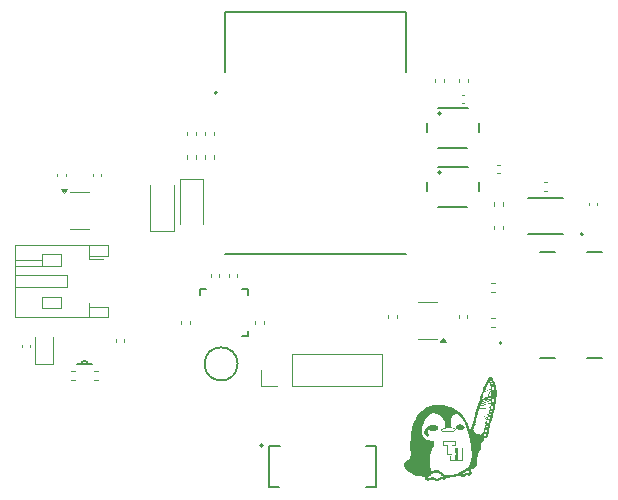
<source format=gbr>
%TF.GenerationSoftware,KiCad,Pcbnew,8.0.0*%
%TF.CreationDate,2024-05-02T00:18:50-07:00*%
%TF.ProjectId,ece16,65636531-362e-46b6-9963-61645f706362,rev?*%
%TF.SameCoordinates,Original*%
%TF.FileFunction,Legend,Top*%
%TF.FilePolarity,Positive*%
%FSLAX46Y46*%
G04 Gerber Fmt 4.6, Leading zero omitted, Abs format (unit mm)*
G04 Created by KiCad (PCBNEW 8.0.0) date 2024-05-02 00:18:50*
%MOMM*%
%LPD*%
G01*
G04 APERTURE LIST*
%ADD10C,0.200000*%
%ADD11C,0.120000*%
%ADD12C,0.127000*%
%ADD13C,0.152400*%
%ADD14C,0.000000*%
%ADD15C,0.203200*%
%ADD16C,0.150000*%
G04 APERTURE END LIST*
D10*
%TO.C,SW2*%
X144900000Y-48600000D02*
X144900000Y-49400000D01*
X145900000Y-47300000D02*
X148400000Y-47300000D01*
X145900000Y-50700000D02*
X148300000Y-50700000D01*
X149300000Y-48600000D02*
X149300000Y-49400000D01*
X146100000Y-47800000D02*
G75*
G02*
X145900000Y-47800000I-100000J0D01*
G01*
X145900000Y-47800000D02*
G75*
G02*
X146100000Y-47800000I100000J0D01*
G01*
D11*
%TO.C,D4*%
X111765000Y-61700000D02*
X111765000Y-63985000D01*
X111765000Y-63985000D02*
X113235000Y-63985000D01*
X113235000Y-63985000D02*
X113235000Y-61700000D01*
D12*
%TO.C,S1*%
X131600000Y-70950000D02*
X131600000Y-74450000D01*
X131600000Y-74450000D02*
X132400000Y-74450000D01*
X132450000Y-70950000D02*
X131600000Y-70950000D01*
X139800000Y-70950000D02*
X140600000Y-70950000D01*
X140600000Y-70950000D02*
X140600000Y-74450000D01*
X140600000Y-74450000D02*
X139800000Y-74450000D01*
D10*
X131020000Y-70900000D02*
G75*
G02*
X130780000Y-70900000I-120000J0D01*
G01*
X130780000Y-70900000D02*
G75*
G02*
X131020000Y-70900000I120000J0D01*
G01*
D11*
%TO.C,R4*%
X124620000Y-46346359D02*
X124620000Y-46653641D01*
X125380000Y-46346359D02*
X125380000Y-46653641D01*
%TO.C,U1*%
X115500000Y-49440000D02*
X114700000Y-49440000D01*
X115500000Y-49440000D02*
X116300000Y-49440000D01*
X115500000Y-52560000D02*
X114700000Y-52560000D01*
X115500000Y-52560000D02*
X116300000Y-52560000D01*
X114200000Y-49490000D02*
X113960000Y-49160000D01*
X114440000Y-49160000D01*
X114200000Y-49490000D01*
G36*
X114200000Y-49490000D02*
G01*
X113960000Y-49160000D01*
X114440000Y-49160000D01*
X114200000Y-49490000D01*
G37*
%TO.C,C10*%
X147640000Y-60107836D02*
X147640000Y-59892164D01*
X148360000Y-60107836D02*
X148360000Y-59892164D01*
D12*
%TO.C,U2*%
X127800000Y-34225000D02*
X143200000Y-34225000D01*
X127800000Y-39275000D02*
X127800000Y-34225000D01*
X143200000Y-34225000D02*
X143200000Y-39275000D01*
X143200000Y-54725000D02*
X127800000Y-54725000D01*
D10*
X127150000Y-41050000D02*
G75*
G02*
X126950000Y-41050000I-100000J0D01*
G01*
X126950000Y-41050000D02*
G75*
G02*
X127150000Y-41050000I100000J0D01*
G01*
D11*
%TO.C,R15*%
X115092041Y-64620000D02*
X114784759Y-64620000D01*
X115092041Y-65380000D02*
X114784759Y-65380000D01*
D13*
%TO.C,MCP73831T1*%
X115293400Y-64049400D02*
X115623600Y-64049400D01*
X115623600Y-64049400D02*
X116233200Y-64049400D01*
X116233200Y-64049400D02*
X116563400Y-64049400D01*
X115623600Y-64049400D02*
G75*
G02*
X116233200Y-64049400I304800J0D01*
G01*
D11*
%TO.C,R5*%
X126120000Y-46346359D02*
X126120000Y-46653641D01*
X126880000Y-46346359D02*
X126880000Y-46653641D01*
%TO.C,U4*%
X130870000Y-65830000D02*
X130870000Y-64500000D01*
X132200000Y-65830000D02*
X130870000Y-65830000D01*
X133470000Y-63170000D02*
X141150000Y-63170000D01*
X133470000Y-65830000D02*
X133470000Y-63170000D01*
X133470000Y-65830000D02*
X141150000Y-65830000D01*
X141150000Y-65830000D02*
X141150000Y-63170000D01*
%TO.C,C19*%
X110640000Y-62392164D02*
X110640000Y-62607836D01*
X111360000Y-62392164D02*
X111360000Y-62607836D01*
%TO.C,C7*%
X130390000Y-60392164D02*
X130390000Y-60607836D01*
X131110000Y-60392164D02*
X131110000Y-60607836D01*
%TO.C,C1*%
X128140000Y-56607836D02*
X128140000Y-56392164D01*
X128860000Y-56607836D02*
X128860000Y-56392164D01*
%TO.C,C17*%
X154872164Y-48605000D02*
X155087836Y-48605000D01*
X154872164Y-49325000D02*
X155087836Y-49325000D01*
D14*
%TO.C,G\u002A\u002A\u002A*%
G36*
X145029473Y-69490451D02*
G01*
X145019924Y-69500000D01*
X145010375Y-69490451D01*
X145019924Y-69480902D01*
X145029473Y-69490451D01*
G37*
G36*
X145220451Y-73520075D02*
G01*
X145210902Y-73529624D01*
X145201353Y-73520075D01*
X145210902Y-73510526D01*
X145220451Y-73520075D01*
G37*
G36*
X145315939Y-73367293D02*
G01*
X145306391Y-73376842D01*
X145296842Y-73367293D01*
X145306391Y-73357744D01*
X145315939Y-73367293D01*
G37*
G36*
X145354135Y-73386391D02*
G01*
X145344586Y-73395940D01*
X145335037Y-73386391D01*
X145344586Y-73376842D01*
X145354135Y-73386391D01*
G37*
G36*
X145468721Y-73348195D02*
G01*
X145459172Y-73357744D01*
X145449624Y-73348195D01*
X145459172Y-73338647D01*
X145468721Y-73348195D01*
G37*
G36*
X145506917Y-73367293D02*
G01*
X145497368Y-73376842D01*
X145487819Y-73367293D01*
X145497368Y-73357744D01*
X145506917Y-73367293D01*
G37*
G36*
X145545112Y-73348195D02*
G01*
X145535563Y-73357744D01*
X145526015Y-73348195D01*
X145535563Y-73338647D01*
X145545112Y-73348195D01*
G37*
G36*
X145621503Y-73271804D02*
G01*
X145611954Y-73281353D01*
X145602406Y-73271804D01*
X145611954Y-73262256D01*
X145621503Y-73271804D01*
G37*
G36*
X145774285Y-73233609D02*
G01*
X145764736Y-73243158D01*
X145755187Y-73233609D01*
X145764736Y-73224060D01*
X145774285Y-73233609D01*
G37*
G36*
X149059097Y-69127594D02*
G01*
X149049548Y-69137143D01*
X149040000Y-69127594D01*
X149049548Y-69118045D01*
X149059097Y-69127594D01*
G37*
G36*
X149097293Y-69127594D02*
G01*
X149087744Y-69137143D01*
X149078195Y-69127594D01*
X149087744Y-69118045D01*
X149097293Y-69127594D01*
G37*
G36*
X149116391Y-69280376D02*
G01*
X149106842Y-69289925D01*
X149097293Y-69280376D01*
X149106842Y-69270827D01*
X149116391Y-69280376D01*
G37*
G36*
X149269172Y-68631053D02*
G01*
X149259624Y-68640601D01*
X149250075Y-68631053D01*
X149259624Y-68621504D01*
X149269172Y-68631053D01*
G37*
G36*
X149269172Y-68669248D02*
G01*
X149259624Y-68678797D01*
X149250075Y-68669248D01*
X149259624Y-68659699D01*
X149269172Y-68669248D01*
G37*
G36*
X149708421Y-69757820D02*
G01*
X149698872Y-69767368D01*
X149689323Y-69757820D01*
X149698872Y-69748271D01*
X149708421Y-69757820D01*
G37*
G36*
X149899398Y-68344586D02*
G01*
X149889849Y-68354135D01*
X149880300Y-68344586D01*
X149889849Y-68335038D01*
X149899398Y-68344586D01*
G37*
G36*
X149975789Y-68535564D02*
G01*
X149966240Y-68545113D01*
X149956691Y-68535564D01*
X149966240Y-68526015D01*
X149975789Y-68535564D01*
G37*
G36*
X145080401Y-73631479D02*
G01*
X145077779Y-73642832D01*
X145067669Y-73644210D01*
X145051949Y-73637223D01*
X145054937Y-73631479D01*
X145077601Y-73629193D01*
X145080401Y-73631479D01*
G37*
G36*
X145214085Y-73574185D02*
G01*
X145211463Y-73585539D01*
X145201353Y-73586917D01*
X145185633Y-73579930D01*
X145188621Y-73574185D01*
X145211286Y-73571900D01*
X145214085Y-73574185D01*
G37*
G36*
X145271378Y-73459599D02*
G01*
X145273664Y-73482264D01*
X145271378Y-73485063D01*
X145260024Y-73482441D01*
X145258646Y-73472331D01*
X145265634Y-73456611D01*
X145271378Y-73459599D01*
G37*
G36*
X145366867Y-73325915D02*
G01*
X145364245Y-73337268D01*
X145354135Y-73338647D01*
X145338415Y-73331659D01*
X145341403Y-73325915D01*
X145364068Y-73323629D01*
X145366867Y-73325915D01*
G37*
G36*
X145462355Y-73402306D02*
G01*
X145459734Y-73413659D01*
X145449624Y-73415038D01*
X145433904Y-73408050D01*
X145436892Y-73402306D01*
X145459556Y-73400020D01*
X145462355Y-73402306D01*
G37*
G36*
X145615137Y-73306817D02*
G01*
X145612516Y-73318171D01*
X145602406Y-73319549D01*
X145586686Y-73312561D01*
X145589674Y-73306817D01*
X145612338Y-73304531D01*
X145615137Y-73306817D01*
G37*
G36*
X148938145Y-69716441D02*
G01*
X148940431Y-69739106D01*
X148938145Y-69741905D01*
X148926791Y-69739283D01*
X148925413Y-69729173D01*
X148932401Y-69713453D01*
X148938145Y-69716441D01*
G37*
G36*
X148957159Y-69590714D02*
G01*
X148959681Y-69629814D01*
X148957159Y-69638459D01*
X148950188Y-69640858D01*
X148947526Y-69614586D01*
X148950527Y-69587475D01*
X148957159Y-69590714D01*
G37*
G36*
X148957557Y-69496419D02*
G01*
X148959833Y-69526267D01*
X148956049Y-69533023D01*
X148947369Y-69527327D01*
X148946019Y-69507957D01*
X148950683Y-69487579D01*
X148957557Y-69496419D01*
G37*
G36*
X148995438Y-69238997D02*
G01*
X148992817Y-69250351D01*
X148982706Y-69251729D01*
X148966987Y-69244742D01*
X148969974Y-69238997D01*
X148992639Y-69236712D01*
X148995438Y-69238997D01*
G37*
G36*
X149063872Y-69831111D02*
G01*
X149066271Y-69838082D01*
X149040000Y-69840744D01*
X149012888Y-69837743D01*
X149016127Y-69831111D01*
X149055227Y-69828589D01*
X149063872Y-69831111D01*
G37*
G36*
X149110025Y-68761554D02*
G01*
X149112310Y-68784218D01*
X149110025Y-68787017D01*
X149098671Y-68784396D01*
X149097293Y-68774286D01*
X149104280Y-68758566D01*
X149110025Y-68761554D01*
G37*
G36*
X149110025Y-69181704D02*
G01*
X149107403Y-69193058D01*
X149097293Y-69194436D01*
X149081573Y-69187448D01*
X149084561Y-69181704D01*
X149107225Y-69179419D01*
X149110025Y-69181704D01*
G37*
G36*
X149110025Y-69773734D02*
G01*
X149107403Y-69785088D01*
X149097293Y-69786466D01*
X149081573Y-69779479D01*
X149084561Y-69773734D01*
X149107225Y-69771449D01*
X149110025Y-69773734D01*
G37*
G36*
X149110025Y-69869223D02*
G01*
X149107403Y-69880577D01*
X149097293Y-69881955D01*
X149081573Y-69874967D01*
X149084561Y-69869223D01*
X149107225Y-69866937D01*
X149110025Y-69869223D01*
G37*
G36*
X149110339Y-69057171D02*
G01*
X149112615Y-69087018D01*
X149108831Y-69093775D01*
X149100151Y-69088079D01*
X149098800Y-69068709D01*
X149103465Y-69048331D01*
X149110339Y-69057171D01*
G37*
G36*
X149148220Y-68646967D02*
G01*
X149150506Y-68669632D01*
X149148220Y-68672431D01*
X149136866Y-68669809D01*
X149135488Y-68659699D01*
X149142476Y-68643980D01*
X149148220Y-68646967D01*
G37*
G36*
X149186416Y-68646967D02*
G01*
X149188701Y-68669632D01*
X149186416Y-68672431D01*
X149175062Y-68669809D01*
X149173684Y-68659699D01*
X149180671Y-68643980D01*
X149186416Y-68646967D01*
G37*
G36*
X149358295Y-68627870D02*
G01*
X149355674Y-68639223D01*
X149345563Y-68640601D01*
X149329844Y-68633614D01*
X149332832Y-68627870D01*
X149355496Y-68625584D01*
X149358295Y-68627870D01*
G37*
G36*
X149453784Y-68666065D02*
G01*
X149451162Y-68677419D01*
X149441052Y-68678797D01*
X149425333Y-68671809D01*
X149428320Y-68666065D01*
X149450985Y-68663779D01*
X149453784Y-68666065D01*
G37*
G36*
X149491979Y-69907418D02*
G01*
X149489358Y-69918772D01*
X149479248Y-69920150D01*
X149463528Y-69913163D01*
X149466516Y-69907418D01*
X149489180Y-69905133D01*
X149491979Y-69907418D01*
G37*
G36*
X149568370Y-68608772D02*
G01*
X149565749Y-68620125D01*
X149555639Y-68621504D01*
X149539919Y-68614516D01*
X149542907Y-68608772D01*
X149565571Y-68606486D01*
X149568370Y-68608772D01*
G37*
G36*
X149568370Y-69926516D02*
G01*
X149565749Y-69937870D01*
X149555639Y-69939248D01*
X149539919Y-69932261D01*
X149542907Y-69926516D01*
X149565571Y-69924231D01*
X149568370Y-69926516D01*
G37*
G36*
X149606566Y-69754637D02*
G01*
X149608852Y-69777301D01*
X149606566Y-69780100D01*
X149595212Y-69777479D01*
X149593834Y-69767368D01*
X149600822Y-69751649D01*
X149606566Y-69754637D01*
G37*
G36*
X149740564Y-69190855D02*
G01*
X149742841Y-69220703D01*
X149739057Y-69227459D01*
X149730376Y-69221764D01*
X149729026Y-69202393D01*
X149733690Y-69182015D01*
X149740564Y-69190855D01*
G37*
G36*
X149816955Y-69305442D02*
G01*
X149819232Y-69335289D01*
X149815448Y-69342046D01*
X149806767Y-69336350D01*
X149805417Y-69316980D01*
X149810081Y-69296602D01*
X149816955Y-69305442D01*
G37*
G36*
X149893346Y-68751607D02*
G01*
X149895623Y-68781455D01*
X149891838Y-68788211D01*
X149883158Y-68782515D01*
X149881808Y-68763145D01*
X149886472Y-68742767D01*
X149893346Y-68751607D01*
G37*
G36*
X149912130Y-68818847D02*
G01*
X149914415Y-68841512D01*
X149912130Y-68844311D01*
X149900776Y-68841689D01*
X149899398Y-68831579D01*
X149906386Y-68815859D01*
X149912130Y-68818847D01*
G37*
G36*
X149931144Y-68597632D02*
G01*
X149933666Y-68636731D01*
X149931144Y-68645376D01*
X149924173Y-68647775D01*
X149921511Y-68621504D01*
X149924512Y-68594392D01*
X149931144Y-68597632D01*
G37*
G36*
X150257083Y-66719289D02*
G01*
X150251387Y-66727969D01*
X150232017Y-66729319D01*
X150211639Y-66724655D01*
X150220479Y-66717781D01*
X150250326Y-66715504D01*
X150257083Y-66719289D01*
G37*
G36*
X150313182Y-66527118D02*
G01*
X150310561Y-66538471D01*
X150300451Y-66539850D01*
X150284731Y-66532862D01*
X150287719Y-66527118D01*
X150310383Y-66524832D01*
X150313182Y-66527118D01*
G37*
G36*
X145249857Y-73419812D02*
G01*
X145220026Y-73461580D01*
X145204665Y-73470553D01*
X145201353Y-73456193D01*
X145214280Y-73433047D01*
X145242505Y-73403674D01*
X145283657Y-73367293D01*
X145249857Y-73419812D01*
G37*
G36*
X145389380Y-73365470D02*
G01*
X145409721Y-73383222D01*
X145411428Y-73387518D01*
X145402365Y-73395367D01*
X145383495Y-73377779D01*
X145380958Y-73373891D01*
X145378707Y-73360823D01*
X145389380Y-73365470D01*
G37*
G36*
X145688210Y-73281572D02*
G01*
X145667784Y-73297403D01*
X145645894Y-73300060D01*
X145640601Y-73292945D01*
X145655581Y-73280680D01*
X145670240Y-73274066D01*
X145689954Y-73272732D01*
X145688210Y-73281572D01*
G37*
G36*
X149748933Y-69284617D02*
G01*
X149749833Y-69285503D01*
X149763296Y-69318517D01*
X149761661Y-69330731D01*
X149751821Y-69335165D01*
X149741483Y-69310553D01*
X149737145Y-69281072D01*
X149748933Y-69284617D01*
G37*
G36*
X149946150Y-68327751D02*
G01*
X149973032Y-68343162D01*
X149968529Y-68353127D01*
X149957818Y-68354135D01*
X149931921Y-68340265D01*
X149928180Y-68335256D01*
X149931254Y-68324404D01*
X149946150Y-68327751D01*
G37*
G36*
X145309948Y-73408276D02*
G01*
X145306391Y-73415038D01*
X145288396Y-73433276D01*
X145285039Y-73434135D01*
X145283736Y-73421799D01*
X145287293Y-73415038D01*
X145305287Y-73396799D01*
X145308645Y-73395940D01*
X145309948Y-73408276D01*
G37*
G36*
X145596273Y-73232526D02*
G01*
X145583308Y-73243158D01*
X145548492Y-73259318D01*
X145535563Y-73261671D01*
X145532147Y-73253790D01*
X145545112Y-73243158D01*
X145579928Y-73226998D01*
X145592857Y-73224645D01*
X145596273Y-73232526D01*
G37*
G36*
X149183878Y-68578291D02*
G01*
X149180590Y-68592857D01*
X149162174Y-68618121D01*
X149153142Y-68621504D01*
X149144392Y-68607423D01*
X149147680Y-68592857D01*
X149166096Y-68567593D01*
X149175128Y-68564210D01*
X149183878Y-68578291D01*
G37*
G36*
X149861185Y-68478746D02*
G01*
X149870751Y-68487820D01*
X149872292Y-68504690D01*
X149849520Y-68501886D01*
X149823007Y-68487820D01*
X149805110Y-68472988D01*
X149822312Y-68469079D01*
X149826654Y-68469014D01*
X149861185Y-68478746D01*
G37*
G36*
X150058509Y-68392318D02*
G01*
X150056744Y-68421555D01*
X150045947Y-68460455D01*
X150036990Y-68464887D01*
X150033088Y-68433480D01*
X150033082Y-68431653D01*
X150040526Y-68396001D01*
X150049421Y-68384487D01*
X150058509Y-68392318D01*
G37*
G36*
X150074286Y-68269160D02*
G01*
X150082736Y-68285383D01*
X150088705Y-68317310D01*
X150085545Y-68327136D01*
X150072089Y-68320704D01*
X150063639Y-68304481D01*
X150057670Y-68272554D01*
X150060830Y-68262729D01*
X150074286Y-68269160D01*
G37*
G36*
X150313958Y-66325223D02*
G01*
X150317033Y-66374984D01*
X150313572Y-66401614D01*
X150308410Y-66406078D01*
X150305513Y-66378652D01*
X150305267Y-66358421D01*
X150307147Y-66321437D01*
X150311460Y-66315826D01*
X150313958Y-66325223D01*
G37*
G36*
X149903122Y-68915303D02*
G01*
X149910186Y-68955759D01*
X149902648Y-69007741D01*
X149892477Y-69042253D01*
X149887465Y-69046816D01*
X149885897Y-69018367D01*
X149885927Y-68977863D01*
X149888600Y-68924281D01*
X149896055Y-68907639D01*
X149903122Y-68915303D01*
G37*
G36*
X150336009Y-66455179D02*
G01*
X150337626Y-66456656D01*
X150353411Y-66491823D01*
X150352201Y-66513949D01*
X150344100Y-66533300D01*
X150340862Y-66527088D01*
X150332902Y-66490776D01*
X150326286Y-66469795D01*
X150321317Y-66446888D01*
X150336009Y-66455179D01*
G37*
G36*
X150375280Y-66343466D02*
G01*
X150376261Y-66372744D01*
X150374306Y-66425774D01*
X150367626Y-66442239D01*
X150356729Y-66421526D01*
X150351339Y-66402832D01*
X150349944Y-66356140D01*
X150358079Y-66331216D01*
X150369719Y-66320818D01*
X150375280Y-66343466D01*
G37*
G36*
X145378515Y-73447301D02*
G01*
X145360936Y-73467648D01*
X145344586Y-73481806D01*
X145302144Y-73513829D01*
X145275612Y-73528042D01*
X145270010Y-73523173D01*
X145290357Y-73497949D01*
X145293526Y-73494744D01*
X145335366Y-73462194D01*
X145365143Y-73447021D01*
X145378515Y-73447301D01*
G37*
G36*
X148959277Y-69306457D02*
G01*
X148959445Y-69318571D01*
X148954463Y-69365204D01*
X148944511Y-69414060D01*
X148934560Y-69449853D01*
X148930462Y-69450132D01*
X148929576Y-69423609D01*
X148935440Y-69366204D01*
X148944511Y-69328120D01*
X148955334Y-69299485D01*
X148959277Y-69306457D01*
G37*
G36*
X149499064Y-68631201D02*
G01*
X149536541Y-68640601D01*
X149565366Y-68651479D01*
X149558670Y-68655590D01*
X149546090Y-68655892D01*
X149497627Y-68650002D01*
X149460150Y-68640601D01*
X149431325Y-68629724D01*
X149438021Y-68625613D01*
X149450601Y-68625311D01*
X149499064Y-68631201D01*
G37*
G36*
X149778056Y-69153387D02*
G01*
X149790270Y-69190962D01*
X149797914Y-69233131D01*
X149797145Y-69263154D01*
X149794943Y-69267062D01*
X149782350Y-69261018D01*
X149777410Y-69249688D01*
X149761061Y-69186509D01*
X149757982Y-69147140D01*
X149765115Y-69137143D01*
X149778056Y-69153387D01*
G37*
G36*
X149902814Y-68555658D02*
G01*
X149907903Y-68589610D01*
X149908947Y-68623327D01*
X149908446Y-68677220D01*
X149907168Y-68711081D01*
X149906216Y-68716992D01*
X149898163Y-68702131D01*
X149891892Y-68686784D01*
X149881371Y-68631913D01*
X149885491Y-68576267D01*
X149894916Y-68551711D01*
X149902814Y-68555658D01*
G37*
G36*
X148916397Y-69532920D02*
G01*
X148919891Y-69578219D01*
X148920595Y-69632065D01*
X148917940Y-69665929D01*
X148915117Y-69671880D01*
X148907883Y-69655861D01*
X148906315Y-69634811D01*
X148898410Y-69598842D01*
X148889010Y-69587048D01*
X148879170Y-69562361D01*
X148881767Y-69537879D01*
X148895943Y-69499484D01*
X148907825Y-69498189D01*
X148916397Y-69532920D01*
G37*
G36*
X145458872Y-73280868D02*
G01*
X145459148Y-73302582D01*
X145436441Y-73309683D01*
X145413689Y-73301849D01*
X145404276Y-73290902D01*
X145430526Y-73290902D01*
X145440075Y-73300451D01*
X145449624Y-73290902D01*
X145440075Y-73281353D01*
X145430526Y-73290902D01*
X145404276Y-73290902D01*
X145400590Y-73286616D01*
X145418764Y-73275296D01*
X145449775Y-73273980D01*
X145458872Y-73280868D01*
G37*
G36*
X149859440Y-69152584D02*
G01*
X149859860Y-69159888D01*
X149851685Y-69193879D01*
X149831730Y-69205461D01*
X149812219Y-69188288D01*
X149810964Y-69185274D01*
X149806736Y-69152760D01*
X149811099Y-69142685D01*
X149821255Y-69148111D01*
X149824349Y-69167381D01*
X149826658Y-69192486D01*
X149834495Y-69183038D01*
X149842105Y-69165789D01*
X149854721Y-69141794D01*
X149859440Y-69152584D01*
G37*
G36*
X149358469Y-69913150D02*
G01*
X149392690Y-69923557D01*
X149392645Y-69932405D01*
X149373514Y-69941000D01*
X149330551Y-69954632D01*
X149312046Y-69954049D01*
X149323387Y-69939661D01*
X149326466Y-69937411D01*
X149338369Y-69924936D01*
X149318496Y-69924709D01*
X149297819Y-69928417D01*
X149262637Y-69933757D01*
X149261134Y-69927996D01*
X149273225Y-69919868D01*
X149315450Y-69909437D01*
X149358469Y-69913150D01*
G37*
G36*
X150005026Y-68577605D02*
G01*
X149996516Y-68599361D01*
X149980564Y-68646902D01*
X149977926Y-68670978D01*
X149974616Y-68709068D01*
X149966241Y-68751333D01*
X149955740Y-68787969D01*
X149946049Y-68809174D01*
X149940103Y-68805146D01*
X149939548Y-68799098D01*
X149942231Y-68750222D01*
X149952041Y-68690591D01*
X149966100Y-68631946D01*
X149981528Y-68586032D01*
X149995445Y-68564591D01*
X149997141Y-68564210D01*
X150005026Y-68577605D01*
G37*
G36*
X149526992Y-68573683D02*
G01*
X149476268Y-68588608D01*
X149405532Y-68598781D01*
X149351929Y-68601545D01*
X149276280Y-68606061D01*
X149232972Y-68617823D01*
X149224527Y-68626278D01*
X149216465Y-68630573D01*
X149213387Y-68611955D01*
X149216199Y-68591613D01*
X149232124Y-68580106D01*
X149269365Y-68574976D01*
X149336127Y-68573761D01*
X149340789Y-68573759D01*
X149416938Y-68571736D01*
X149485896Y-68566470D01*
X149526992Y-68560221D01*
X149584285Y-68546682D01*
X149526992Y-68573683D01*
G37*
G36*
X149563789Y-69969324D02*
G01*
X149555639Y-69975494D01*
X149537876Y-69991757D01*
X149554792Y-69996155D01*
X149560413Y-69996249D01*
X149588763Y-70005513D01*
X149593834Y-70015639D01*
X149590212Y-70032442D01*
X149589060Y-70032458D01*
X149569917Y-70024910D01*
X149528609Y-70009121D01*
X149517443Y-70004890D01*
X149479620Y-69988652D01*
X149467163Y-69979134D01*
X149469699Y-69978261D01*
X149501806Y-69973242D01*
X149536541Y-69965977D01*
X149566790Y-69961061D01*
X149563789Y-69969324D01*
G37*
G36*
X149871799Y-68405246D02*
G01*
X149872116Y-68410777D01*
X149861727Y-68435675D01*
X149847318Y-68435769D01*
X149817794Y-68437843D01*
X149787640Y-68455406D01*
X149772412Y-68477814D01*
X149774071Y-68485891D01*
X149765733Y-68497824D01*
X149749988Y-68500972D01*
X149706522Y-68507504D01*
X149670225Y-68515661D01*
X149649674Y-68518972D01*
X149664849Y-68508865D01*
X149685311Y-68499017D01*
X149736594Y-68470927D01*
X149775773Y-68442241D01*
X149777515Y-68440551D01*
X149824448Y-68401165D01*
X149857327Y-68388940D01*
X149871799Y-68405246D01*
G37*
G36*
X150099337Y-68219338D02*
G01*
X150103107Y-68231406D01*
X150095321Y-68247425D01*
X150080115Y-68238958D01*
X150050870Y-68234283D01*
X150011681Y-68259957D01*
X149986230Y-68285961D01*
X149992297Y-68291563D01*
X149998689Y-68289864D01*
X150021790Y-68289535D01*
X150019315Y-68310496D01*
X150017154Y-68331245D01*
X150029837Y-68327494D01*
X150049674Y-68326181D01*
X150052180Y-68333910D01*
X150041668Y-68352971D01*
X150014494Y-68343214D01*
X149988143Y-68319040D01*
X149967275Y-68290446D01*
X149974758Y-68268486D01*
X149992117Y-68251605D01*
X150034744Y-68222893D01*
X150074175Y-68211465D01*
X150099337Y-68219338D01*
G37*
G36*
X147889543Y-69135715D02*
G01*
X147982523Y-69170286D01*
X148057351Y-69222680D01*
X148107955Y-69290557D01*
X148122959Y-69360930D01*
X148104309Y-69429297D01*
X148053954Y-69491153D01*
X147973839Y-69541994D01*
X147908729Y-69566410D01*
X147828997Y-69586221D01*
X147759495Y-69592013D01*
X147681768Y-69584396D01*
X147633000Y-69575543D01*
X147536417Y-69546063D01*
X147454616Y-69501376D01*
X147394414Y-69446785D01*
X147362632Y-69387592D01*
X147359398Y-69362792D01*
X147376715Y-69289226D01*
X147424334Y-69227195D01*
X147495758Y-69178003D01*
X147584488Y-69142954D01*
X147684028Y-69123354D01*
X147787878Y-69120506D01*
X147889543Y-69135715D01*
G37*
G36*
X149089902Y-68824735D02*
G01*
X149096483Y-68834841D01*
X149106363Y-68882795D01*
X149097395Y-68917249D01*
X149081493Y-68963082D01*
X149081076Y-68980387D01*
X149096108Y-68975539D01*
X149097074Y-68974947D01*
X149107761Y-68978099D01*
X149103965Y-68994519D01*
X149090589Y-69014612D01*
X149074379Y-69000285D01*
X149064744Y-68995749D01*
X149067064Y-69026458D01*
X149069005Y-69036880D01*
X149074644Y-69082053D01*
X149070089Y-69098637D01*
X149057487Y-69082690D01*
X149051609Y-69068783D01*
X149046561Y-69031492D01*
X149049882Y-68981116D01*
X149059222Y-68931601D01*
X149072230Y-68896896D01*
X149081923Y-68888872D01*
X149091445Y-68873524D01*
X149088119Y-68845902D01*
X149082077Y-68818412D01*
X149089902Y-68824735D01*
G37*
G36*
X147397594Y-70741353D02*
G01*
X147397594Y-70932331D01*
X147244812Y-70932331D01*
X147092030Y-70932331D01*
X147092030Y-71314286D01*
X147092030Y-71696241D01*
X146862857Y-71696241D01*
X146633684Y-71696241D01*
X146633684Y-71314286D01*
X146633684Y-70932331D01*
X146480902Y-70932331D01*
X146328120Y-70932331D01*
X146328120Y-70741353D01*
X146328120Y-70626767D01*
X146404511Y-70626767D01*
X146404511Y-70741353D01*
X146404511Y-70855940D01*
X146547744Y-70855940D01*
X146690977Y-70855940D01*
X146690977Y-71237895D01*
X146690977Y-71619850D01*
X146853308Y-71619850D01*
X147015639Y-71619850D01*
X147015639Y-71237895D01*
X147015639Y-70855940D01*
X147168421Y-70855940D01*
X147321203Y-70855940D01*
X147321203Y-70741353D01*
X147321203Y-70626767D01*
X146862857Y-70626767D01*
X146404511Y-70626767D01*
X146328120Y-70626767D01*
X146328120Y-70550376D01*
X146862857Y-70550376D01*
X147397594Y-70550376D01*
X147397594Y-70741353D01*
G37*
G36*
X147378496Y-71276090D02*
G01*
X147378496Y-71467068D01*
X147435789Y-71467068D01*
X147493082Y-71467068D01*
X147493082Y-71276090D01*
X147493082Y-71161504D01*
X147569473Y-71161504D01*
X147569473Y-71658045D01*
X147569473Y-72154586D01*
X147731804Y-72154586D01*
X147894135Y-72154586D01*
X147894135Y-71658045D01*
X147894135Y-71161504D01*
X147731804Y-71161504D01*
X147569473Y-71161504D01*
X147493082Y-71161504D01*
X147493082Y-71085113D01*
X147722255Y-71085113D01*
X147951428Y-71085113D01*
X147951428Y-71658045D01*
X147951428Y-72230977D01*
X147722255Y-72230977D01*
X147493082Y-72230977D01*
X147493082Y-72030451D01*
X147493082Y-71829925D01*
X147435789Y-71829925D01*
X147378496Y-71829925D01*
X147378496Y-72030451D01*
X147378496Y-72230977D01*
X147149323Y-72230977D01*
X146920150Y-72230977D01*
X146920150Y-71982707D01*
X146920474Y-71881352D01*
X146922070Y-71812103D01*
X146925875Y-71768875D01*
X146932825Y-71745581D01*
X146943856Y-71736132D01*
X146958345Y-71734436D01*
X146975061Y-71736853D01*
X146986033Y-71748508D01*
X146992463Y-71776001D01*
X146995549Y-71825938D01*
X146996494Y-71904919D01*
X146996541Y-71944511D01*
X146996541Y-72154586D01*
X147158872Y-72154586D01*
X147321203Y-72154586D01*
X147321203Y-71954060D01*
X147321203Y-71753534D01*
X147368947Y-71753534D01*
X147396291Y-71750807D01*
X147410529Y-71736396D01*
X147415909Y-71700954D01*
X147416691Y-71648496D01*
X147415452Y-71588339D01*
X147408901Y-71557016D01*
X147392791Y-71545179D01*
X147368947Y-71543459D01*
X147321203Y-71543459D01*
X147321203Y-71352481D01*
X147321203Y-71161504D01*
X147235263Y-71161504D01*
X147181557Y-71159005D01*
X147156161Y-71148627D01*
X147149356Y-71126052D01*
X147149323Y-71123308D01*
X147153504Y-71101975D01*
X147171870Y-71090448D01*
X147213157Y-71085815D01*
X147263909Y-71085113D01*
X147378496Y-71085113D01*
X147378496Y-71276090D01*
G37*
G36*
X150292585Y-66239152D02*
G01*
X150293569Y-66262654D01*
X150283745Y-66279148D01*
X150270493Y-66317513D01*
X150273410Y-66336621D01*
X150269105Y-66372921D01*
X150238882Y-66422290D01*
X150233369Y-66429031D01*
X150205394Y-66471984D01*
X150203430Y-66497453D01*
X150224710Y-66499749D01*
X150258123Y-66479917D01*
X150275267Y-66468739D01*
X150266636Y-66482617D01*
X150253911Y-66497882D01*
X150220551Y-66526042D01*
X150193528Y-66532220D01*
X150178136Y-66538838D01*
X150174920Y-66577719D01*
X150175964Y-66593614D01*
X150174892Y-66646535D01*
X150164655Y-66684526D01*
X150162392Y-66687857D01*
X150154287Y-66708056D01*
X150167611Y-66711729D01*
X150184134Y-66717487D01*
X150182232Y-66721728D01*
X150159730Y-66725381D01*
X150132051Y-66714572D01*
X150117751Y-66697833D01*
X150119005Y-66692659D01*
X150110258Y-66682397D01*
X150080973Y-66680336D01*
X150044235Y-66692160D01*
X150038129Y-66711729D01*
X150029083Y-66733790D01*
X150016749Y-66734931D01*
X149981218Y-66741027D01*
X149959455Y-66753300D01*
X149951298Y-66755970D01*
X149966402Y-66735606D01*
X149979069Y-66721278D01*
X150013984Y-66721278D01*
X150023533Y-66730827D01*
X150033082Y-66721278D01*
X150023533Y-66711729D01*
X150013984Y-66721278D01*
X149979069Y-66721278D01*
X149981516Y-66718510D01*
X150026084Y-66678665D01*
X150070450Y-66664684D01*
X150100877Y-66665135D01*
X150149579Y-66666414D01*
X150164344Y-66657232D01*
X150148806Y-66633986D01*
X150140712Y-66625653D01*
X150112596Y-66610075D01*
X150092967Y-66621288D01*
X150073129Y-66636430D01*
X150071055Y-66627671D01*
X150083580Y-66603063D01*
X150102075Y-66578045D01*
X150128571Y-66578045D01*
X150143104Y-66596588D01*
X150147669Y-66597143D01*
X150166211Y-66582610D01*
X150166766Y-66578045D01*
X150152234Y-66559502D01*
X150147669Y-66558947D01*
X150129126Y-66573480D01*
X150128571Y-66578045D01*
X150102075Y-66578045D01*
X150107538Y-66570656D01*
X150117067Y-66559992D01*
X150157000Y-66509521D01*
X150195405Y-66449149D01*
X150200328Y-66440091D01*
X150225768Y-66399330D01*
X150245565Y-66380671D01*
X150250227Y-66381406D01*
X150255948Y-66374448D01*
X150252871Y-66340631D01*
X150252387Y-66337931D01*
X150251168Y-66292303D01*
X150261265Y-66254194D01*
X150278146Y-66234744D01*
X150292585Y-66239152D01*
G37*
G36*
X145587726Y-69168201D02*
G01*
X145708106Y-69199906D01*
X145810035Y-69253753D01*
X145843246Y-69281137D01*
X145892541Y-69346522D01*
X145907077Y-69412829D01*
X145890080Y-69476974D01*
X145844777Y-69535872D01*
X145774393Y-69586442D01*
X145682155Y-69625597D01*
X145571289Y-69650254D01*
X145449624Y-69657413D01*
X145303703Y-69641286D01*
X145182053Y-69597123D01*
X145081992Y-69523952D01*
X145041909Y-69486519D01*
X145015343Y-69464930D01*
X145009084Y-69462703D01*
X145007281Y-69484573D01*
X145003686Y-69534570D01*
X144999013Y-69602708D01*
X144998076Y-69616673D01*
X144997805Y-69753055D01*
X145019440Y-69873698D01*
X145066522Y-69996357D01*
X145078949Y-70021983D01*
X145104535Y-70074716D01*
X145121241Y-70111869D01*
X145124962Y-70122610D01*
X145108982Y-70124755D01*
X145072443Y-70118354D01*
X145039481Y-70113691D01*
X145033073Y-70119976D01*
X145033279Y-70120204D01*
X145059645Y-70134180D01*
X145105673Y-70148614D01*
X145109669Y-70149582D01*
X145172706Y-70164511D01*
X145115413Y-70164958D01*
X145064053Y-70162395D01*
X145029473Y-70156464D01*
X144910713Y-70101548D01*
X144865156Y-70062300D01*
X144901922Y-70062300D01*
X144914887Y-70072932D01*
X144949702Y-70089093D01*
X144962631Y-70091445D01*
X144966047Y-70083565D01*
X144953082Y-70072932D01*
X144918267Y-70056772D01*
X144905338Y-70054419D01*
X144901922Y-70062300D01*
X144865156Y-70062300D01*
X144852562Y-70051450D01*
X145015338Y-70051450D01*
X145029328Y-70042297D01*
X145031843Y-70039830D01*
X145046928Y-70014790D01*
X145044883Y-70005585D01*
X145030676Y-70011316D01*
X145021152Y-70029139D01*
X145015338Y-70051450D01*
X144852562Y-70051450D01*
X144817310Y-70021080D01*
X144752541Y-69919427D01*
X144751617Y-69916096D01*
X144790262Y-69916096D01*
X144793629Y-69930311D01*
X144807840Y-69956352D01*
X144814640Y-69945489D01*
X144814247Y-69921473D01*
X144806067Y-69895287D01*
X144797170Y-69893438D01*
X144790262Y-69916096D01*
X144751617Y-69916096D01*
X144723606Y-69815113D01*
X144762105Y-69815113D01*
X144771654Y-69824662D01*
X144781203Y-69815113D01*
X144771654Y-69805564D01*
X144762105Y-69815113D01*
X144723606Y-69815113D01*
X144719679Y-69800957D01*
X144717806Y-69767368D01*
X144723909Y-69767368D01*
X144730897Y-69783088D01*
X144736641Y-69780100D01*
X144738927Y-69757436D01*
X144736641Y-69754637D01*
X144725288Y-69757258D01*
X144723909Y-69767368D01*
X144717806Y-69767368D01*
X144716208Y-69738722D01*
X144718900Y-69720070D01*
X144784455Y-69720070D01*
X144792963Y-69751193D01*
X144807641Y-69767350D01*
X144808123Y-69767368D01*
X144824852Y-69753774D01*
X144830771Y-69745320D01*
X144833021Y-69732251D01*
X144822349Y-69736898D01*
X144803831Y-69734835D01*
X144800300Y-69717568D01*
X144794970Y-69695463D01*
X144788392Y-69696520D01*
X144784455Y-69720070D01*
X144718900Y-69720070D01*
X144732746Y-69624135D01*
X144743007Y-69624135D01*
X144752556Y-69633684D01*
X144760978Y-69625262D01*
X144800300Y-69625262D01*
X144804862Y-69650862D01*
X144815695Y-69641610D01*
X144824938Y-69614560D01*
X144826196Y-69588713D01*
X144817617Y-69587041D01*
X144801711Y-69613539D01*
X144800300Y-69625262D01*
X144760978Y-69625262D01*
X144762105Y-69624135D01*
X144752556Y-69614586D01*
X144743007Y-69624135D01*
X144732746Y-69624135D01*
X144734197Y-69614080D01*
X144744140Y-69590790D01*
X144766005Y-69590790D01*
X144772365Y-69590372D01*
X144792158Y-69572071D01*
X144814117Y-69543311D01*
X144815034Y-69527466D01*
X144799159Y-69533265D01*
X144780519Y-69560432D01*
X144766005Y-69590790D01*
X144744140Y-69590790D01*
X144781957Y-69502208D01*
X144791222Y-69490451D01*
X144819398Y-69490451D01*
X144828947Y-69500000D01*
X144838496Y-69490451D01*
X144828947Y-69480902D01*
X144819398Y-69490451D01*
X144791222Y-69490451D01*
X144848946Y-69417204D01*
X144897983Y-69417204D01*
X144905357Y-69417799D01*
X144912918Y-69414060D01*
X144972180Y-69414060D01*
X144981729Y-69423609D01*
X144991278Y-69414060D01*
X144981729Y-69404511D01*
X144972180Y-69414060D01*
X144912918Y-69414060D01*
X144930846Y-69405195D01*
X144959789Y-69384696D01*
X144962781Y-69374273D01*
X145011883Y-69374273D01*
X145015394Y-69399043D01*
X145021914Y-69399339D01*
X145026473Y-69373779D01*
X145023421Y-69362735D01*
X145014941Y-69355501D01*
X145011883Y-69374273D01*
X144962781Y-69374273D01*
X144963812Y-69370680D01*
X144943783Y-69373742D01*
X144919206Y-69393556D01*
X144897983Y-69417204D01*
X144848946Y-69417204D01*
X144855019Y-69409498D01*
X144948913Y-69342345D01*
X145010375Y-69317855D01*
X145061177Y-69295286D01*
X145105864Y-69266465D01*
X145207965Y-69207770D01*
X145328447Y-69171950D01*
X145458104Y-69158822D01*
X145587726Y-69168201D01*
G37*
G36*
X150348297Y-65088455D02*
G01*
X150404703Y-65115920D01*
X150457110Y-65161686D01*
X150507668Y-65229337D01*
X150558525Y-65322461D01*
X150611829Y-65444643D01*
X150669728Y-65599472D01*
X150690926Y-65660430D01*
X150745211Y-65827642D01*
X150784586Y-65972841D01*
X150811142Y-66108220D01*
X150826968Y-66245968D01*
X150834154Y-66398278D01*
X150835187Y-66502012D01*
X150830902Y-66693322D01*
X150817523Y-66889051D01*
X150794261Y-67093999D01*
X150760332Y-67312964D01*
X150714949Y-67550745D01*
X150657324Y-67812141D01*
X150586672Y-68101951D01*
X150548804Y-68249098D01*
X150486861Y-68487486D01*
X150426069Y-68723602D01*
X150367495Y-68953180D01*
X150312205Y-69171953D01*
X150261265Y-69375654D01*
X150215742Y-69560018D01*
X150176701Y-69720779D01*
X150145208Y-69853671D01*
X150122330Y-69954426D01*
X150120213Y-69964163D01*
X150088150Y-70095397D01*
X150054680Y-70192213D01*
X150016815Y-70258357D01*
X149971572Y-70297576D01*
X149915966Y-70313614D01*
X149847011Y-70310218D01*
X149844721Y-70309857D01*
X149773009Y-70298390D01*
X149741203Y-70412788D01*
X149695160Y-70528322D01*
X149629983Y-70618459D01*
X149556240Y-70674200D01*
X149525361Y-70693089D01*
X149512436Y-70715746D01*
X149513436Y-70755075D01*
X149519181Y-70792875D01*
X149532081Y-70909257D01*
X149534016Y-71024895D01*
X149525096Y-71125499D01*
X149516325Y-71166690D01*
X149493296Y-71217083D01*
X149451453Y-71281635D01*
X149399115Y-71347622D01*
X149395020Y-71352249D01*
X149342752Y-71413238D01*
X149310121Y-71461576D01*
X149290093Y-71511949D01*
X149275632Y-71579047D01*
X149269890Y-71613491D01*
X149253825Y-71698093D01*
X149230493Y-71802532D01*
X149203741Y-71910103D01*
X149189587Y-71962327D01*
X149164583Y-72054185D01*
X149149587Y-72120489D01*
X149143401Y-72172199D01*
X149144830Y-72220277D01*
X149152675Y-72275683D01*
X149154319Y-72285238D01*
X149164365Y-72430622D01*
X149140263Y-72559637D01*
X149081264Y-72674449D01*
X148986618Y-72777222D01*
X148982706Y-72780579D01*
X148921775Y-72824220D01*
X148845035Y-72868054D01*
X148766951Y-72904699D01*
X148701988Y-72926770D01*
X148692597Y-72928661D01*
X148646302Y-72939404D01*
X148621405Y-72950876D01*
X148620024Y-72953596D01*
X148627929Y-72976431D01*
X148648115Y-73021930D01*
X148667171Y-73061729D01*
X148707039Y-73170579D01*
X148715657Y-73268543D01*
X148693123Y-73351366D01*
X148659514Y-73397409D01*
X148590548Y-73441220D01*
X148509241Y-73453565D01*
X148426541Y-73433254D01*
X148409774Y-73424586D01*
X148356758Y-73401849D01*
X148309246Y-73402878D01*
X148256989Y-73430043D01*
X148205236Y-73471872D01*
X148109140Y-73536066D01*
X148004206Y-73565803D01*
X147887766Y-73561259D01*
X147757150Y-73522611D01*
X147714751Y-73504370D01*
X147648781Y-73476810D01*
X147603563Y-73466256D01*
X147566865Y-73470446D01*
X147554453Y-73474713D01*
X147427902Y-73516465D01*
X147275264Y-73555526D01*
X147108650Y-73589372D01*
X146940167Y-73615483D01*
X146813542Y-73628997D01*
X146707460Y-73637867D01*
X146632917Y-73645380D01*
X146583377Y-73653194D01*
X146552303Y-73662963D01*
X146533159Y-73676346D01*
X146519408Y-73694997D01*
X146513542Y-73705020D01*
X146475152Y-73753350D01*
X146423544Y-73781446D01*
X146352774Y-73790445D01*
X146256898Y-73781484D01*
X146184770Y-73767943D01*
X146146836Y-73765760D01*
X146102661Y-73777406D01*
X146042788Y-73806142D01*
X145994095Y-73833704D01*
X145910101Y-73878494D01*
X145839564Y-73902740D01*
X145771497Y-73906724D01*
X145694913Y-73890726D01*
X145598826Y-73855029D01*
X145573759Y-73844466D01*
X145482386Y-73807504D01*
X145413481Y-73787132D01*
X145355413Y-73782737D01*
X145296549Y-73793702D01*
X145225259Y-73819413D01*
X145210902Y-73825274D01*
X145098054Y-73860699D01*
X144995259Y-73872065D01*
X144907351Y-73860689D01*
X144839160Y-73827890D01*
X144795521Y-73774984D01*
X144781203Y-73708099D01*
X144785883Y-73659340D01*
X145002194Y-73659340D01*
X145020124Y-73663282D01*
X145023663Y-73663308D01*
X145060007Y-73657053D01*
X145118165Y-73640809D01*
X145173368Y-73622352D01*
X145275636Y-73592727D01*
X145368787Y-73583952D01*
X145464479Y-73596771D01*
X145574370Y-73631929D01*
X145621503Y-73650975D01*
X145693550Y-73680938D01*
X145751418Y-73704357D01*
X145786746Y-73717879D01*
X145793383Y-73719884D01*
X145813358Y-73711069D01*
X145856443Y-73687382D01*
X145912115Y-73654665D01*
X146012100Y-73599271D01*
X146092321Y-73567615D01*
X146161199Y-73557657D01*
X146227155Y-73567358D01*
X146246954Y-73573563D01*
X146295119Y-73587040D01*
X146324209Y-73589145D01*
X146328120Y-73585618D01*
X146314191Y-73559549D01*
X146277025Y-73516413D01*
X146223557Y-73462569D01*
X146160720Y-73404374D01*
X146095447Y-73348187D01*
X146034673Y-73300364D01*
X145985330Y-73267265D01*
X145974812Y-73261650D01*
X145895064Y-73233483D01*
X145796926Y-73214471D01*
X145693531Y-73205650D01*
X145598014Y-73208059D01*
X145523509Y-73222735D01*
X145516466Y-73225427D01*
X145470607Y-73243226D01*
X145439856Y-73253261D01*
X145439571Y-73253325D01*
X145403279Y-73269435D01*
X145350445Y-73302437D01*
X145289265Y-73345974D01*
X145227938Y-73393687D01*
X145174661Y-73439219D01*
X145137632Y-73476211D01*
X145124962Y-73497330D01*
X145137168Y-73503808D01*
X145145965Y-73499800D01*
X145157375Y-73498578D01*
X145146544Y-73524978D01*
X145145913Y-73526160D01*
X145134620Y-73562237D01*
X145145672Y-73578365D01*
X145155376Y-73599096D01*
X145147564Y-73610150D01*
X145115605Y-73617272D01*
X145093381Y-73607082D01*
X145072414Y-73592317D01*
X145083802Y-73591587D01*
X145105864Y-73596543D01*
X145138027Y-73602847D01*
X145136675Y-73595042D01*
X145119175Y-73580286D01*
X145097894Y-73556828D01*
X145109379Y-73543805D01*
X145109626Y-73543716D01*
X145122973Y-73527030D01*
X145117573Y-73517915D01*
X145097866Y-73515686D01*
X145091874Y-73525555D01*
X145074434Y-73555557D01*
X145042648Y-73598067D01*
X145035498Y-73606721D01*
X145006766Y-73643133D01*
X145002194Y-73659340D01*
X144785883Y-73659340D01*
X144786613Y-73651740D01*
X144799685Y-73607192D01*
X144800241Y-73606126D01*
X144807371Y-73585791D01*
X144796581Y-73573421D01*
X144760637Y-73565291D01*
X144709526Y-73559398D01*
X144400174Y-73517559D01*
X144120520Y-73457301D01*
X143866057Y-73377199D01*
X143632275Y-73275828D01*
X143414667Y-73151764D01*
X143410112Y-73148824D01*
X143266661Y-73040179D01*
X143151333Y-72919560D01*
X143066640Y-72790758D01*
X143015097Y-72657562D01*
X142999135Y-72529124D01*
X143014863Y-72405150D01*
X143057706Y-72298658D01*
X143118960Y-72222073D01*
X143153811Y-72196880D01*
X143212795Y-72160506D01*
X143285932Y-72118956D01*
X143326293Y-72097273D01*
X143391579Y-72062362D01*
X143442694Y-72031010D01*
X143481269Y-71998180D01*
X143508933Y-71958839D01*
X143527318Y-71907952D01*
X143538053Y-71840486D01*
X143542770Y-71751405D01*
X143543098Y-71635676D01*
X143540668Y-71488264D01*
X143539672Y-71438421D01*
X143535269Y-71192563D01*
X143532814Y-70979582D01*
X143532559Y-70794199D01*
X143534756Y-70631134D01*
X143539657Y-70485107D01*
X143547514Y-70350837D01*
X143558579Y-70223045D01*
X143573105Y-70096451D01*
X143591343Y-69965775D01*
X143613546Y-69825735D01*
X143617935Y-69799415D01*
X143655653Y-69608264D01*
X144512386Y-69608264D01*
X144512712Y-69799693D01*
X144543826Y-69968911D01*
X144605491Y-70115558D01*
X144697473Y-70239274D01*
X144819536Y-70339699D01*
X144971445Y-70416471D01*
X145152965Y-70469231D01*
X145255664Y-70486616D01*
X145348985Y-70500101D01*
X145412638Y-70512551D01*
X145454974Y-70526581D01*
X145484345Y-70544807D01*
X145504455Y-70564539D01*
X145530704Y-70606372D01*
X145543203Y-70660591D01*
X145541250Y-70730620D01*
X145524146Y-70819882D01*
X145491189Y-70931799D01*
X145441680Y-71069795D01*
X145374917Y-71237291D01*
X145358824Y-71276090D01*
X145270232Y-71528475D01*
X145212415Y-71788933D01*
X145185155Y-72060882D01*
X145188237Y-72347741D01*
X145221443Y-72652927D01*
X145258378Y-72859313D01*
X145275694Y-72938361D01*
X145292116Y-73003053D01*
X145305229Y-73044335D01*
X145310230Y-73053855D01*
X145334899Y-73055948D01*
X145384088Y-73046527D01*
X145440075Y-73029911D01*
X145510960Y-73009462D01*
X145580976Y-72998879D01*
X145664938Y-72996551D01*
X145729123Y-72998487D01*
X145883930Y-73017352D01*
X146023248Y-73061997D01*
X146154080Y-73135824D01*
X146283427Y-73242238D01*
X146334387Y-73292693D01*
X146471353Y-73434154D01*
X146748270Y-73426946D01*
X146874760Y-73422322D01*
X146976331Y-73414767D01*
X147066239Y-73402553D01*
X147157741Y-73383958D01*
X147244812Y-73362332D01*
X147250454Y-73360595D01*
X147883185Y-73360595D01*
X147906458Y-73371303D01*
X147956148Y-73375334D01*
X148014220Y-73359651D01*
X148080283Y-73312756D01*
X148131314Y-73270194D01*
X148177918Y-73236285D01*
X148193669Y-73226816D01*
X148252437Y-73210247D01*
X148329935Y-73205984D01*
X148408882Y-73213606D01*
X148471997Y-73232691D01*
X148473895Y-73233659D01*
X148510983Y-73251458D01*
X148522537Y-73246774D01*
X148516871Y-73214827D01*
X148515609Y-73209670D01*
X148497426Y-73162021D01*
X148466329Y-73102224D01*
X148450419Y-73076137D01*
X148398086Y-72995056D01*
X148276063Y-73083846D01*
X148198991Y-73137579D01*
X148106735Y-73198502D01*
X148017245Y-73254807D01*
X148003529Y-73263112D01*
X147930629Y-73309084D01*
X147890878Y-73340717D01*
X147883185Y-73360595D01*
X147250454Y-73360595D01*
X147489243Y-73287073D01*
X147714129Y-73192410D01*
X147933538Y-73072009D01*
X148038592Y-73004845D01*
X148190013Y-72898921D01*
X148310922Y-72802063D01*
X148406329Y-72709303D01*
X148481246Y-72615676D01*
X148540683Y-72516214D01*
X148549619Y-72498346D01*
X148609783Y-72357629D01*
X148656096Y-72208455D01*
X148688721Y-72047174D01*
X148707824Y-71870141D01*
X148713568Y-71673705D01*
X148706117Y-71454221D01*
X148685635Y-71208040D01*
X148652287Y-70931513D01*
X148627815Y-70760451D01*
X148593258Y-70559925D01*
X149307368Y-70559925D01*
X149316917Y-70569474D01*
X149326466Y-70559925D01*
X149316917Y-70550376D01*
X149307368Y-70559925D01*
X148593258Y-70559925D01*
X148580094Y-70483534D01*
X148982706Y-70483534D01*
X148992255Y-70493083D01*
X149001804Y-70483534D01*
X148992255Y-70473985D01*
X148982706Y-70483534D01*
X148580094Y-70483534D01*
X148563638Y-70388045D01*
X148944511Y-70388045D01*
X148954060Y-70397594D01*
X148963609Y-70388045D01*
X148954060Y-70378496D01*
X148944511Y-70388045D01*
X148563638Y-70388045D01*
X148553848Y-70331237D01*
X148553740Y-70330752D01*
X148982706Y-70330752D01*
X148992255Y-70340301D01*
X149001804Y-70330752D01*
X148992255Y-70321203D01*
X148982706Y-70330752D01*
X148553740Y-70330752D01*
X148528154Y-70216165D01*
X148849022Y-70216165D01*
X148858571Y-70225714D01*
X148868120Y-70216165D01*
X148858571Y-70206616D01*
X148849022Y-70216165D01*
X148528154Y-70216165D01*
X148495084Y-70068062D01*
X149765714Y-70068062D01*
X149782343Y-70089961D01*
X149822587Y-70103308D01*
X149859923Y-70104322D01*
X149874735Y-70088513D01*
X149893466Y-70042304D01*
X149916800Y-69963546D01*
X149945422Y-69850092D01*
X149958160Y-69796000D01*
X149982619Y-69692649D01*
X150014482Y-69561191D01*
X150051556Y-69410491D01*
X150091650Y-69249414D01*
X150132572Y-69086822D01*
X150165943Y-68955714D01*
X150208314Y-68790239D01*
X150254162Y-68611205D01*
X150300725Y-68429394D01*
X150345241Y-68255592D01*
X150384949Y-68100581D01*
X150408059Y-68010376D01*
X150487118Y-67679212D01*
X150550575Y-67364797D01*
X150598081Y-67070069D01*
X150629286Y-66797965D01*
X150643841Y-66551422D01*
X150641397Y-66333377D01*
X150626163Y-66175839D01*
X150596407Y-66024301D01*
X150549432Y-65851810D01*
X150488619Y-65669581D01*
X150423601Y-65503554D01*
X150378184Y-65402509D01*
X150340940Y-65335580D01*
X150309821Y-65300085D01*
X150282777Y-65293338D01*
X150268905Y-65300902D01*
X150245721Y-65338774D01*
X150253155Y-65391398D01*
X150280527Y-65445489D01*
X150317937Y-65520126D01*
X150357990Y-65622559D01*
X150397462Y-65742845D01*
X150433127Y-65871038D01*
X150461760Y-65997194D01*
X150465124Y-66014662D01*
X150479631Y-66103887D01*
X150489900Y-66198202D01*
X150496466Y-66306088D01*
X150499866Y-66436030D01*
X150500660Y-66578045D01*
X150498716Y-66731385D01*
X150492619Y-66878083D01*
X150481568Y-67022917D01*
X150464764Y-67170663D01*
X150441405Y-67326099D01*
X150410691Y-67494002D01*
X150371820Y-67679148D01*
X150323993Y-67886315D01*
X150266408Y-68120280D01*
X150198266Y-68385820D01*
X150196569Y-68392331D01*
X150121507Y-68680401D01*
X150055530Y-68933725D01*
X149998070Y-69154510D01*
X149948559Y-69344964D01*
X149906430Y-69507297D01*
X149871114Y-69643716D01*
X149842044Y-69756430D01*
X149818652Y-69847648D01*
X149800371Y-69919578D01*
X149786631Y-69974429D01*
X149776867Y-70014408D01*
X149770509Y-70041725D01*
X149766989Y-70058587D01*
X149765741Y-70067204D01*
X149765714Y-70068062D01*
X148495084Y-70068062D01*
X148465903Y-69937376D01*
X148435661Y-69831028D01*
X148874486Y-69831028D01*
X148877107Y-69842381D01*
X148887218Y-69843759D01*
X148902937Y-69836772D01*
X148899949Y-69831028D01*
X148877285Y-69828742D01*
X148874486Y-69831028D01*
X148435661Y-69831028D01*
X148418987Y-69772392D01*
X148799114Y-69772392D01*
X148806792Y-69812650D01*
X148835826Y-69824369D01*
X148844870Y-69817721D01*
X148831916Y-69807199D01*
X148814748Y-69777205D01*
X148815670Y-69770856D01*
X148830014Y-69770856D01*
X148844153Y-69783290D01*
X148849022Y-69786466D01*
X148890177Y-69800459D01*
X148925413Y-69803368D01*
X148973157Y-69801757D01*
X148925413Y-69786466D01*
X148877785Y-69774014D01*
X148849022Y-69769564D01*
X148830014Y-69770856D01*
X148815670Y-69770856D01*
X148817458Y-69758536D01*
X148837658Y-69737907D01*
X148851838Y-69740462D01*
X148865205Y-69742855D01*
X148861607Y-69734085D01*
X148856933Y-69703075D01*
X148862252Y-69654608D01*
X148863226Y-69649969D01*
X148877259Y-69585940D01*
X148887013Y-69671880D01*
X148896766Y-69757820D01*
X148973157Y-69754239D01*
X149017371Y-69753138D01*
X149026591Y-69756601D01*
X149003884Y-69765958D01*
X149001804Y-69766659D01*
X148971724Y-69778381D01*
X148976531Y-69783812D01*
X148992255Y-69785424D01*
X149011782Y-69790009D01*
X148999369Y-69801200D01*
X148973157Y-69813686D01*
X148937966Y-69833329D01*
X148937675Y-69846598D01*
X148944511Y-69849918D01*
X149050483Y-69886042D01*
X149133928Y-69907009D01*
X149189898Y-69911656D01*
X149199860Y-69909906D01*
X149224477Y-69905790D01*
X149215973Y-69915672D01*
X149211273Y-69931564D01*
X149234592Y-69946791D01*
X149275797Y-69958895D01*
X149324754Y-69965417D01*
X149371329Y-69963897D01*
X149392728Y-69958566D01*
X149441968Y-69944536D01*
X149475716Y-69940701D01*
X149481296Y-69946875D01*
X149456108Y-69960532D01*
X149442196Y-69965892D01*
X149376498Y-69989630D01*
X149480392Y-70020192D01*
X149548704Y-70039941D01*
X149588280Y-70049387D01*
X149606999Y-70049109D01*
X149612736Y-70039687D01*
X149613224Y-70029962D01*
X149617990Y-70017209D01*
X149629672Y-70031577D01*
X149644132Y-70042143D01*
X149656050Y-70017788D01*
X149657401Y-70012808D01*
X149659471Y-69971276D01*
X149650502Y-69950081D01*
X149635242Y-69947743D01*
X149631282Y-69968850D01*
X149625721Y-69981962D01*
X149610242Y-69958338D01*
X149601842Y-69939942D01*
X149584653Y-69885672D01*
X149580215Y-69839567D01*
X149580891Y-69834905D01*
X149586932Y-69818401D01*
X149591430Y-69839203D01*
X149592576Y-69853308D01*
X149596629Y-69890044D01*
X149603965Y-69892213D01*
X149614568Y-69872406D01*
X149625460Y-69853257D01*
X149625644Y-69867354D01*
X149621222Y-69891465D01*
X149617404Y-69926488D01*
X149623383Y-69935030D01*
X149624466Y-69934080D01*
X149636599Y-69907464D01*
X149649380Y-69858410D01*
X149653176Y-69838630D01*
X149667248Y-69757820D01*
X149664740Y-69838171D01*
X149666145Y-69891179D01*
X149672691Y-69926696D01*
X149675777Y-69932069D01*
X149686825Y-69928070D01*
X149689724Y-69909010D01*
X149695110Y-69874636D01*
X149709127Y-69814658D01*
X149729145Y-69739970D01*
X149737468Y-69711056D01*
X149763655Y-69619598D01*
X149778760Y-69560240D01*
X149783477Y-69528748D01*
X149778498Y-69520888D01*
X149767183Y-69529601D01*
X149751931Y-69560446D01*
X149741398Y-69605038D01*
X149736008Y-69638462D01*
X149732986Y-69637765D01*
X149730762Y-69601064D01*
X149730380Y-69591841D01*
X149733365Y-69542574D01*
X149744395Y-69511675D01*
X149747202Y-69509187D01*
X149758766Y-69483637D01*
X149759668Y-69438570D01*
X149759419Y-69436443D01*
X149756647Y-69405836D01*
X149759312Y-69407420D01*
X149760567Y-69412382D01*
X149770434Y-69436320D01*
X149785087Y-69424929D01*
X149787126Y-69421930D01*
X149797479Y-69413513D01*
X149794533Y-69440070D01*
X149792870Y-69447481D01*
X149787193Y-69485119D01*
X149790743Y-69500000D01*
X149800600Y-69483270D01*
X149813626Y-69441116D01*
X149819009Y-69418835D01*
X149831188Y-69367720D01*
X149851444Y-69286315D01*
X149878057Y-69181245D01*
X149909309Y-69059139D01*
X149943480Y-68926622D01*
X149978851Y-68790322D01*
X150013703Y-68656866D01*
X150046316Y-68532881D01*
X150074970Y-68424993D01*
X150097947Y-68339829D01*
X150112580Y-68287293D01*
X150159598Y-68120254D01*
X150196339Y-67981647D01*
X150222426Y-67873120D01*
X150237486Y-67796323D01*
X150241143Y-67752904D01*
X150236312Y-67743232D01*
X150209373Y-67745697D01*
X150152388Y-67752328D01*
X150071753Y-67762281D01*
X149973863Y-67774714D01*
X149865113Y-67788783D01*
X149751900Y-67803645D01*
X149640619Y-67818457D01*
X149537665Y-67832376D01*
X149449434Y-67844558D01*
X149382321Y-67854161D01*
X149342722Y-67860341D01*
X149334789Y-67862088D01*
X149328013Y-67881605D01*
X149312632Y-67932570D01*
X149290166Y-68009603D01*
X149262138Y-68107324D01*
X149230068Y-68220353D01*
X149195479Y-68343310D01*
X149159891Y-68470814D01*
X149124827Y-68597485D01*
X149091807Y-68717944D01*
X149069735Y-68799354D01*
X149044931Y-68896004D01*
X149025473Y-68980896D01*
X149012895Y-69046579D01*
X149008732Y-69085600D01*
X149009550Y-69091586D01*
X149011105Y-69110898D01*
X149004066Y-69109894D01*
X148993536Y-69123549D01*
X148975714Y-69167962D01*
X148952771Y-69236889D01*
X148926882Y-69324084D01*
X148916386Y-69361948D01*
X148888061Y-69464291D01*
X148860569Y-69560375D01*
X148836687Y-69640703D01*
X148819193Y-69695781D01*
X148816382Y-69703833D01*
X148799114Y-69772392D01*
X148418987Y-69772392D01*
X148363891Y-69578641D01*
X148247726Y-69254807D01*
X148117323Y-68965647D01*
X147972593Y-68710934D01*
X147813451Y-68490443D01*
X147717097Y-68380873D01*
X147594313Y-68251274D01*
X147469196Y-68243307D01*
X147391815Y-68242495D01*
X147319315Y-68248548D01*
X147277124Y-68257437D01*
X147217589Y-68290166D01*
X147149840Y-68347391D01*
X147082956Y-68419554D01*
X147026018Y-68497096D01*
X146994374Y-68555113D01*
X146956678Y-68673681D01*
X146935027Y-68815662D01*
X146929820Y-68969621D01*
X146941459Y-69124126D01*
X146969530Y-69264821D01*
X146986525Y-69319637D01*
X147006506Y-69353275D01*
X147039252Y-69373246D01*
X147094543Y-69387061D01*
X147138886Y-69394889D01*
X147227799Y-69418512D01*
X147302184Y-69454356D01*
X147353365Y-69497365D01*
X147371024Y-69530122D01*
X147366240Y-69585004D01*
X147326977Y-69638418D01*
X147256905Y-69687022D01*
X147159695Y-69727476D01*
X147151328Y-69730114D01*
X146991185Y-69768036D01*
X146812891Y-69791072D01*
X146634092Y-69797655D01*
X146491158Y-69788696D01*
X146351208Y-69764042D01*
X146243944Y-69729727D01*
X146170027Y-69687948D01*
X146130117Y-69640901D01*
X146128817Y-69628474D01*
X146201957Y-69628474D01*
X146222318Y-69627195D01*
X146235471Y-69614033D01*
X146249362Y-69597362D01*
X146246119Y-69614632D01*
X146244816Y-69618749D01*
X146242397Y-69644393D01*
X146258505Y-69664219D01*
X146299414Y-69682317D01*
X146371400Y-69702782D01*
X146375182Y-69703750D01*
X146448623Y-69715289D01*
X146549259Y-69721349D01*
X146666531Y-69722242D01*
X146789880Y-69718283D01*
X146908748Y-69709783D01*
X147012575Y-69697057D01*
X147082481Y-69682782D01*
X147182698Y-69648598D01*
X147252280Y-69609433D01*
X147288181Y-69567266D01*
X147292556Y-69546467D01*
X147282076Y-69522350D01*
X147246471Y-69500124D01*
X147179494Y-69475917D01*
X147177969Y-69475441D01*
X147103565Y-69459103D01*
X147010249Y-69448949D01*
X146904120Y-69444507D01*
X146791279Y-69445307D01*
X146677825Y-69450876D01*
X146569859Y-69460744D01*
X146473481Y-69474438D01*
X146394791Y-69491488D01*
X146339888Y-69511421D01*
X146314873Y-69533767D01*
X146314334Y-69542195D01*
X146303352Y-69565367D01*
X146292040Y-69571707D01*
X146275108Y-69570724D01*
X146278844Y-69559771D01*
X146284150Y-69540209D01*
X146268256Y-69541059D01*
X146240335Y-69559572D01*
X146222976Y-69576508D01*
X146201986Y-69608889D01*
X146201957Y-69628474D01*
X146128817Y-69628474D01*
X146124874Y-69590784D01*
X146154958Y-69539792D01*
X146221028Y-69490124D01*
X146323746Y-69443975D01*
X146381889Y-69425004D01*
X146490451Y-69392864D01*
X146496226Y-69293562D01*
X146494120Y-69191826D01*
X146479569Y-69070648D01*
X146455375Y-68945608D01*
X146424337Y-68832283D01*
X146403014Y-68775039D01*
X146327784Y-68639693D01*
X146223795Y-68508494D01*
X146100015Y-68390201D01*
X145965411Y-68293572D01*
X145850676Y-68235608D01*
X145786671Y-68213873D01*
X145719113Y-68200675D01*
X145635477Y-68194199D01*
X145554367Y-68192661D01*
X145463563Y-68193190D01*
X145398506Y-68197343D01*
X145346768Y-68207519D01*
X145295920Y-68226117D01*
X145236692Y-68253980D01*
X145106886Y-68337229D01*
X144983066Y-68454423D01*
X144867717Y-68601475D01*
X144763323Y-68774294D01*
X144672372Y-68968791D01*
X144597349Y-69180879D01*
X144543082Y-69394985D01*
X144512386Y-69608264D01*
X143655653Y-69608264D01*
X143684121Y-69463989D01*
X143765380Y-69159553D01*
X143863154Y-68881417D01*
X143978889Y-68624891D01*
X143980607Y-68621504D01*
X144123783Y-68376603D01*
X144289572Y-68162118D01*
X144479309Y-67976748D01*
X144694328Y-67819189D01*
X144935963Y-67688138D01*
X144937571Y-67687395D01*
X145206059Y-67583445D01*
X145486194Y-67512577D01*
X145773907Y-67474088D01*
X146065133Y-67467275D01*
X146355804Y-67491435D01*
X146641853Y-67545864D01*
X146919213Y-67629860D01*
X147183817Y-67742719D01*
X147431597Y-67883739D01*
X147658487Y-68052216D01*
X147798646Y-68181985D01*
X147966880Y-68374114D01*
X148125897Y-68598393D01*
X148272465Y-68849251D01*
X148403349Y-69121115D01*
X148515316Y-69408411D01*
X148522446Y-69429207D01*
X148553162Y-69517916D01*
X148579672Y-69591319D01*
X148599584Y-69643028D01*
X148610506Y-69666656D01*
X148611623Y-69667374D01*
X148618004Y-69648204D01*
X148633414Y-69596417D01*
X148656657Y-69516198D01*
X148686535Y-69411731D01*
X148721850Y-69287201D01*
X148761406Y-69146792D01*
X148800479Y-69007312D01*
X148887261Y-68697441D01*
X148965200Y-68420827D01*
X149035375Y-68173842D01*
X149098864Y-67952858D01*
X149156742Y-67754248D01*
X149158414Y-67748612D01*
X149361759Y-67748612D01*
X149362418Y-67776112D01*
X149371783Y-67781203D01*
X149396470Y-67778850D01*
X149453379Y-67772255D01*
X149536858Y-67762108D01*
X149641253Y-67749103D01*
X149760912Y-67733932D01*
X149830326Y-67725026D01*
X149954702Y-67708787D01*
X150065726Y-67693878D01*
X150158024Y-67681056D01*
X150226221Y-67671075D01*
X150264942Y-67664691D01*
X150271758Y-67662958D01*
X150278813Y-67641618D01*
X150289877Y-67594368D01*
X150302855Y-67532042D01*
X150315650Y-67465473D01*
X150326167Y-67405497D01*
X150332310Y-67362947D01*
X150332572Y-67348612D01*
X150313872Y-67352157D01*
X150264424Y-67364318D01*
X150190270Y-67383456D01*
X150097453Y-67407932D01*
X149992018Y-67436107D01*
X149880008Y-67466340D01*
X149767466Y-67496992D01*
X149660437Y-67526424D01*
X149564963Y-67552997D01*
X149487088Y-67575071D01*
X149432857Y-67591006D01*
X149408311Y-67599163D01*
X149407695Y-67599507D01*
X149399967Y-67618041D01*
X149385531Y-67661555D01*
X149376143Y-67692017D01*
X149361759Y-67748612D01*
X149158414Y-67748612D01*
X149210089Y-67574384D01*
X149231287Y-67504388D01*
X149441996Y-67504388D01*
X149448876Y-67513835D01*
X149468722Y-67508927D01*
X149520045Y-67495172D01*
X149597540Y-67474021D01*
X149695903Y-67446926D01*
X149809830Y-67415339D01*
X149873174Y-67397700D01*
X149994927Y-67363400D01*
X150105488Y-67331591D01*
X150199132Y-67303975D01*
X150270133Y-67282251D01*
X150312764Y-67268122D01*
X150321451Y-67264546D01*
X150342788Y-67240151D01*
X150358381Y-67201118D01*
X150365018Y-67161527D01*
X150359488Y-67135457D01*
X150351719Y-67131880D01*
X150324566Y-67137965D01*
X150268506Y-67154803D01*
X150189621Y-67180264D01*
X150093994Y-67212221D01*
X149987709Y-67248545D01*
X149876847Y-67287107D01*
X149767494Y-67325780D01*
X149665731Y-67362434D01*
X149577642Y-67394942D01*
X149509310Y-67421174D01*
X149466818Y-67439003D01*
X149455668Y-67445397D01*
X149443808Y-67475366D01*
X149441996Y-67504388D01*
X149231287Y-67504388D01*
X149259982Y-67409638D01*
X149283187Y-67334794D01*
X149491617Y-67334794D01*
X149504513Y-67336643D01*
X149528372Y-67328504D01*
X149583142Y-67310177D01*
X149663464Y-67283443D01*
X149763979Y-67250086D01*
X149879326Y-67211886D01*
X149954200Y-67187127D01*
X150101693Y-67137600D01*
X150215603Y-67097340D01*
X150299016Y-67064929D01*
X150355019Y-67038945D01*
X150386699Y-67017970D01*
X150397141Y-67000582D01*
X150390525Y-66986415D01*
X150370347Y-66989341D01*
X150319051Y-67002959D01*
X150241708Y-67025746D01*
X150143390Y-67056176D01*
X150029167Y-67092723D01*
X149941455Y-67121464D01*
X149799588Y-67168862D01*
X149690239Y-67206668D01*
X149609421Y-67236517D01*
X149553142Y-67260047D01*
X149517416Y-67278895D01*
X149498252Y-67294698D01*
X149492276Y-67305809D01*
X149491617Y-67334794D01*
X149283187Y-67334794D01*
X149307498Y-67256382D01*
X149335503Y-67168281D01*
X149536541Y-67168281D01*
X149553834Y-67167194D01*
X149602372Y-67155527D01*
X149677141Y-67134710D01*
X149773127Y-67106173D01*
X149885319Y-67071346D01*
X149961466Y-67047014D01*
X150098282Y-67002475D01*
X150202862Y-66967374D01*
X150279482Y-66939934D01*
X150332417Y-66918381D01*
X150365944Y-66900939D01*
X150384338Y-66885832D01*
X150391877Y-66871286D01*
X150392493Y-66868052D01*
X150394719Y-66835273D01*
X150391889Y-66826316D01*
X150370834Y-66832731D01*
X150320374Y-66850411D01*
X150246793Y-66877011D01*
X150156374Y-66910183D01*
X150055401Y-66947580D01*
X149950156Y-66986857D01*
X149846924Y-67025666D01*
X149751988Y-67061661D01*
X149671630Y-67092496D01*
X149612134Y-67115823D01*
X149579783Y-67129296D01*
X149577114Y-67130607D01*
X149545772Y-67153235D01*
X149536541Y-67168281D01*
X149335503Y-67168281D01*
X149353715Y-67110989D01*
X149381995Y-67024200D01*
X149601758Y-67024200D01*
X149607111Y-67034870D01*
X149613695Y-67036391D01*
X149626412Y-67025664D01*
X149624220Y-67020107D01*
X149627088Y-66994612D01*
X149643608Y-66967588D01*
X149665000Y-66943102D01*
X149668748Y-66949809D01*
X149664515Y-66971902D01*
X149664343Y-67001482D01*
X149687439Y-67004141D01*
X149692146Y-67002991D01*
X149716167Y-66989124D01*
X149708489Y-66969631D01*
X149703056Y-66945415D01*
X149730637Y-66918283D01*
X149734982Y-66915378D01*
X149772003Y-66896485D01*
X149795122Y-66902678D01*
X149801757Y-66909662D01*
X149810175Y-66929207D01*
X149789185Y-66932827D01*
X149758453Y-66941012D01*
X149749150Y-66960114D01*
X149766940Y-66976323D01*
X149780514Y-66972923D01*
X149774788Y-66959232D01*
X149771012Y-66942404D01*
X149789813Y-66946063D01*
X149827728Y-66946669D01*
X149883690Y-66932395D01*
X149946607Y-66908116D01*
X150005389Y-66878703D01*
X150048945Y-66849028D01*
X150066151Y-66824669D01*
X150060681Y-66794640D01*
X150050993Y-66788120D01*
X150033356Y-66804298D01*
X150030196Y-66844026D01*
X150031294Y-66851607D01*
X150021955Y-66858713D01*
X150014311Y-66855164D01*
X149987211Y-66857416D01*
X149963247Y-66874325D01*
X149924278Y-66895608D01*
X149896525Y-66896422D01*
X149872487Y-66896004D01*
X149871852Y-66904488D01*
X149869238Y-66920797D01*
X149863457Y-66921804D01*
X149837298Y-66910391D01*
X149836552Y-66888216D01*
X149851763Y-66876661D01*
X149855360Y-66873598D01*
X149896036Y-66873598D01*
X149899398Y-66882879D01*
X149934277Y-66870923D01*
X149971015Y-66846491D01*
X150006308Y-66811664D01*
X150012132Y-66791953D01*
X149999661Y-66788807D01*
X149975191Y-66799224D01*
X149943391Y-66822806D01*
X149913821Y-66850587D01*
X149896036Y-66873598D01*
X149855360Y-66873598D01*
X149877028Y-66855144D01*
X149880300Y-66843674D01*
X149871932Y-66832631D01*
X149851192Y-66845797D01*
X149823254Y-66861427D01*
X149812401Y-66860271D01*
X149819598Y-66844582D01*
X149850175Y-66819525D01*
X149853409Y-66817373D01*
X149883853Y-66800636D01*
X149892245Y-66803011D01*
X149891073Y-66805237D01*
X149885924Y-66824318D01*
X149908628Y-66818724D01*
X149946974Y-66796023D01*
X149986053Y-66777675D01*
X150011605Y-66777101D01*
X150037748Y-66774303D01*
X150060722Y-66757753D01*
X150093071Y-66738303D01*
X150115667Y-66747140D01*
X150147430Y-66757696D01*
X150196511Y-66758493D01*
X150251862Y-66751579D01*
X150302435Y-66739005D01*
X150337185Y-66722819D01*
X150345063Y-66705071D01*
X150344823Y-66704630D01*
X150342780Y-66693750D01*
X150349908Y-66698997D01*
X150366393Y-66720737D01*
X150367293Y-66724645D01*
X150350230Y-66740088D01*
X150306938Y-66755824D01*
X150249261Y-66769095D01*
X150189043Y-66777137D01*
X150140730Y-66777465D01*
X150094996Y-66775637D01*
X150082777Y-66781741D01*
X150088048Y-66786385D01*
X150103740Y-66813188D01*
X150099238Y-66827426D01*
X150095613Y-66843268D01*
X150120664Y-66837436D01*
X150157642Y-66824286D01*
X150217258Y-66804558D01*
X150276578Y-66785679D01*
X150395939Y-66748390D01*
X150395939Y-66491338D01*
X150395382Y-66397245D01*
X150393855Y-66318609D01*
X150391573Y-66262399D01*
X150388755Y-66235583D01*
X150387952Y-66234286D01*
X150365512Y-66228342D01*
X150349540Y-66222610D01*
X150327987Y-66221326D01*
X150330200Y-66246483D01*
X150334809Y-66266751D01*
X150324404Y-66254821D01*
X150316093Y-66241861D01*
X150286545Y-66214353D01*
X150262255Y-66211054D01*
X150243900Y-66212591D01*
X150246182Y-66206821D01*
X150275077Y-66191431D01*
X150284377Y-66189346D01*
X150323388Y-66176018D01*
X150336822Y-66168730D01*
X150354541Y-66162027D01*
X150350019Y-66174042D01*
X150348943Y-66193683D01*
X150356617Y-66196090D01*
X150374553Y-66180640D01*
X150376842Y-66167444D01*
X150364090Y-66142553D01*
X150352969Y-66139615D01*
X150328514Y-66148310D01*
X150276675Y-66171765D01*
X150203857Y-66206921D01*
X150116460Y-66250719D01*
X150063166Y-66278073D01*
X149797235Y-66415714D01*
X149707897Y-66673534D01*
X149665153Y-66797929D01*
X149634306Y-66890807D01*
X149614216Y-66956555D01*
X149603747Y-66999557D01*
X149601758Y-67024200D01*
X149381995Y-67024200D01*
X149399711Y-66969830D01*
X149446563Y-66829278D01*
X149454004Y-66807218D01*
X149512830Y-66637023D01*
X149577129Y-66457991D01*
X149641552Y-66284174D01*
X149850031Y-66284174D01*
X149858600Y-66290057D01*
X149882573Y-66284682D01*
X149926611Y-66266443D01*
X149995376Y-66233738D01*
X150089601Y-66186930D01*
X150179354Y-66140257D01*
X150256626Y-66096871D01*
X150314965Y-66060639D01*
X150347919Y-66035430D01*
X150352582Y-66029213D01*
X150354007Y-65992467D01*
X150344186Y-65928934D01*
X150325438Y-65847530D01*
X150300084Y-65757174D01*
X150270443Y-65666783D01*
X150238833Y-65585276D01*
X150234598Y-65575568D01*
X150183880Y-65461136D01*
X150145064Y-65546922D01*
X150121959Y-65599879D01*
X150089739Y-65676270D01*
X150051315Y-65768925D01*
X150009596Y-65870673D01*
X149967492Y-65974342D01*
X149927914Y-66072763D01*
X149893770Y-66158763D01*
X149867971Y-66225173D01*
X149853426Y-66264821D01*
X149852205Y-66268636D01*
X149850031Y-66284174D01*
X149641552Y-66284174D01*
X149645079Y-66274657D01*
X149714859Y-66091556D01*
X149784646Y-65913225D01*
X149852620Y-65744199D01*
X149916959Y-65589013D01*
X149975842Y-65452203D01*
X150027447Y-65338306D01*
X150069953Y-65251855D01*
X150098955Y-65201218D01*
X150162400Y-65130858D01*
X150237028Y-65089713D01*
X150315290Y-65081196D01*
X150348297Y-65088455D01*
G37*
D11*
%TO.C,C16*%
X158620000Y-50572836D02*
X158620000Y-50357164D01*
X159340000Y-50572836D02*
X159340000Y-50357164D01*
%TO.C,U5*%
X145000000Y-58765000D02*
X144200000Y-58765000D01*
X145000000Y-58765000D02*
X145800000Y-58765000D01*
X145000000Y-61885000D02*
X144200000Y-61885000D01*
X145000000Y-61885000D02*
X145800000Y-61885000D01*
X146540000Y-62165000D02*
X146060000Y-62165000D01*
X146300000Y-61835000D01*
X146540000Y-62165000D01*
G36*
X146540000Y-62165000D02*
G01*
X146060000Y-62165000D01*
X146300000Y-61835000D01*
X146540000Y-62165000D01*
G37*
D10*
%TO.C,USB4105-GF-A1*%
X154512500Y-54530000D02*
X155762500Y-54530000D01*
X154512500Y-63470000D02*
X155762500Y-63470000D01*
X158482500Y-63470000D02*
X159762500Y-63470000D01*
X159762500Y-54530000D02*
X158482500Y-54530000D01*
X151262500Y-62250000D02*
G75*
G02*
X151062500Y-62250000I-100000J0D01*
G01*
X151062500Y-62250000D02*
G75*
G02*
X151262500Y-62250000I100000J0D01*
G01*
D11*
%TO.C,R2*%
X147620000Y-39846359D02*
X147620000Y-40153641D01*
X148380000Y-39846359D02*
X148380000Y-40153641D01*
%TO.C,C4*%
X151107836Y-47140000D02*
X150892164Y-47140000D01*
X151107836Y-47860000D02*
X150892164Y-47860000D01*
%TO.C,D1*%
X121500000Y-52710000D02*
X121500000Y-48850000D01*
X121500000Y-52710000D02*
X123500000Y-52710000D01*
X123500000Y-52710000D02*
X123500000Y-48850000D01*
%TO.C,C21*%
X124640000Y-44607836D02*
X124640000Y-44392164D01*
X125360000Y-44607836D02*
X125360000Y-44392164D01*
D10*
%TO.C,SW1*%
X144900000Y-43600000D02*
X144900000Y-44400000D01*
X145900000Y-42300000D02*
X148400000Y-42300000D01*
X145900000Y-45700000D02*
X148300000Y-45700000D01*
X149300000Y-43600000D02*
X149300000Y-44400000D01*
X146100000Y-42800000D02*
G75*
G02*
X145900000Y-42800000I-100000J0D01*
G01*
X145900000Y-42800000D02*
G75*
G02*
X146100000Y-42800000I100000J0D01*
G01*
D15*
%TO.C,U3*%
X125750000Y-57675000D02*
X126250000Y-57675000D01*
X125750000Y-58175000D02*
X125750000Y-57675000D01*
X129250000Y-57675000D02*
X129750000Y-57675000D01*
X129750000Y-57675000D02*
X129750000Y-58175000D01*
X129750000Y-61175000D02*
X129750000Y-61675000D01*
X129750000Y-61675000D02*
X129250000Y-61675000D01*
D11*
%TO.C,R7*%
X150653641Y-60120000D02*
X150346359Y-60120000D01*
X150653641Y-60880000D02*
X150346359Y-60880000D01*
D16*
%TO.C,TP1*%
X128900000Y-64000000D02*
G75*
G02*
X126100000Y-64000000I-1400000J0D01*
G01*
X126100000Y-64000000D02*
G75*
G02*
X128900000Y-64000000I1400000J0D01*
G01*
D11*
%TO.C,R1*%
X150600000Y-52311359D02*
X150600000Y-52618641D01*
X151360000Y-52311359D02*
X151360000Y-52618641D01*
%TO.C,C11*%
X141640000Y-60107836D02*
X141640000Y-59892164D01*
X142360000Y-60107836D02*
X142360000Y-59892164D01*
%TO.C,C5*%
X116640000Y-47892164D02*
X116640000Y-48107836D01*
X117360000Y-47892164D02*
X117360000Y-48107836D01*
%TO.C,R6*%
X150653641Y-57120000D02*
X150346359Y-57120000D01*
X150653641Y-57880000D02*
X150346359Y-57880000D01*
%TO.C,C9*%
X148107836Y-41215000D02*
X147892164Y-41215000D01*
X148107836Y-41935000D02*
X147892164Y-41935000D01*
%TO.C,C18*%
X118568400Y-61892164D02*
X118568400Y-62107836D01*
X119288400Y-61892164D02*
X119288400Y-62107836D01*
%TO.C,D2*%
X124000000Y-48335000D02*
X124000000Y-52195000D01*
X126000000Y-48335000D02*
X124000000Y-48335000D01*
X126000000Y-48335000D02*
X126000000Y-52195000D01*
%TO.C,C20*%
X126140000Y-44607836D02*
X126140000Y-44392164D01*
X126860000Y-44607836D02*
X126860000Y-44392164D01*
%TO.C,C2*%
X126640000Y-56607836D02*
X126640000Y-56392164D01*
X127360000Y-56607836D02*
X127360000Y-56392164D01*
D12*
%TO.C,PAM2401-SCADJ1*%
X156480000Y-49965000D02*
X153480000Y-49965000D01*
X156480000Y-52965000D02*
X153480000Y-52965000D01*
D10*
X158130000Y-53040000D02*
G75*
G02*
X157930000Y-53040000I-100000J0D01*
G01*
X157930000Y-53040000D02*
G75*
G02*
X158130000Y-53040000I100000J0D01*
G01*
D11*
%TO.C,C6*%
X113640000Y-47892164D02*
X113640000Y-48107836D01*
X114360000Y-47892164D02*
X114360000Y-48107836D01*
%TO.C,C3*%
X145640000Y-39892164D02*
X145640000Y-40107836D01*
X146360000Y-39892164D02*
X146360000Y-40107836D01*
%TO.C,R13*%
X116774759Y-64620000D02*
X117082041Y-64620000D01*
X116774759Y-65380000D02*
X117082041Y-65380000D01*
%TO.C,R3*%
X150600000Y-50311359D02*
X150600000Y-50618641D01*
X151360000Y-50311359D02*
X151360000Y-50618641D01*
%TO.C,BT1*%
X110090000Y-53940000D02*
X110090000Y-60060000D01*
X110090000Y-56500000D02*
X114450000Y-56500000D01*
X110090000Y-60060000D02*
X117910000Y-60060000D01*
X112350000Y-54700000D02*
X112350000Y-55700000D01*
X112350000Y-55200000D02*
X110090000Y-55200000D01*
X112350000Y-55700000D02*
X110090000Y-55700000D01*
X112350000Y-55700000D02*
X113950000Y-55700000D01*
X112350000Y-58300000D02*
X113950000Y-58300000D01*
X112350000Y-59300000D02*
X112350000Y-58300000D01*
X113950000Y-54700000D02*
X112350000Y-54700000D01*
X113950000Y-55700000D02*
X113950000Y-54700000D01*
X113950000Y-58300000D02*
X113950000Y-59300000D01*
X113950000Y-59300000D02*
X112350000Y-59300000D01*
X114450000Y-56500000D02*
X114450000Y-57500000D01*
X114450000Y-57500000D02*
X110090000Y-57500000D01*
X116310000Y-53940000D02*
X116310000Y-54860000D01*
X116310000Y-54860000D02*
X117910000Y-54860000D01*
X116310000Y-55140000D02*
X116310000Y-54860000D01*
X116310000Y-55140000D02*
X117525000Y-55140000D01*
X116310000Y-59140000D02*
X116310000Y-58860000D01*
X116310000Y-60060000D02*
X116310000Y-59140000D01*
X117910000Y-53940000D02*
X110090000Y-53940000D01*
X117910000Y-54860000D02*
X117910000Y-53940000D01*
X117910000Y-59140000D02*
X116310000Y-59140000D01*
X117910000Y-60060000D02*
X117910000Y-59140000D01*
%TO.C,C8*%
X124140000Y-60392164D02*
X124140000Y-60607836D01*
X124860000Y-60392164D02*
X124860000Y-60607836D01*
%TD*%
M02*

</source>
